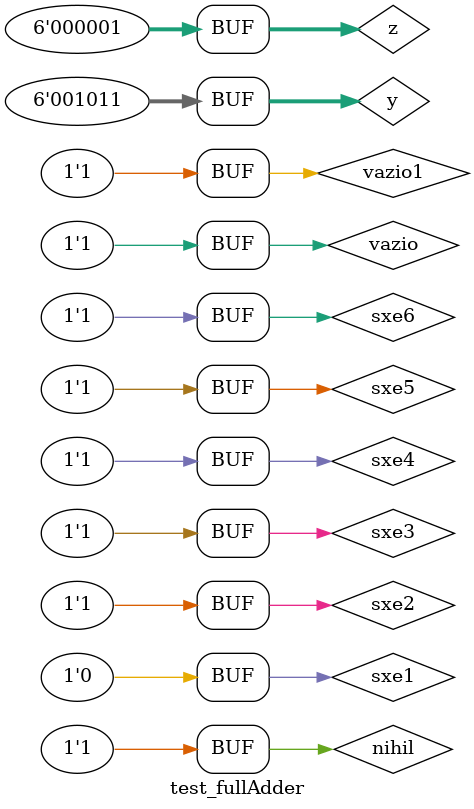
<source format=v>
		module halfAdder (output s0, 
								output s1,
		                  input w,  
		                  input x); 
		
		xor (s0, w, x);
		and (s1, w, x);
		 
		endmodule // halfAdder 

		module fullAdder (output s0, 
								output s1,
		                  input w,  
		                  input x,  
		                  input ci);
			wire sxor,sand1,sand2;				
						 
			halfAdder ha1(sxor,sand1,w,x);
			halfAdder ha2(s0,sand2,ci,sxor);
			or (s1, sand1, sand2);

		endmodule // fullAdder
				
		module testZero (output magi,
							  input [5:0] casper,
							  input belthasar,
							  input melchior);
							  
			wire m1,m2,m3,m4,nimagi;
			or (m1, casper[0], casper[1]);
			or (m2, casper[2], casper[3]);
			or (m3, m1, m2);
			or (m4, m3, casper[4]);
			or (nimagi, m4, belthasar);
			xor(magi, nimagi, melchior);
			
		endmodule
			
		
	module test_fullAdder; 
// ------------------------- definir dados 
		reg [5:0] y; 
		reg [5:0] z; 
		reg vazio;
		reg vazio1;
		reg nihil;
		wire carry1; 
		wire carry2; 
		wire carry3; 
		wire carry4; 
		wire carry5; 
		wire sxe1; 
		wire sxe2; 
		wire sxe3; 
		wire sxe4; 
		wire sxe5; 
		wire sxe6; 
		wire [5:0] s0f;
		wire s1r;
		wire s1f;
		wire zero;
		wire res;
		
		xor (sxe1, vazio, z[0]);
		xor (sxe2, vazio, z[1]);
		xor (sxe3, vazio, z[2]);
		xor (sxe4, vazio, z[3]);
		xor (sxe5, vazio, z[4]);
		xor (sxe6, vazio, z[5]);
		
		fullAdder fa1 (s0f[0], carry1, y[0], sxe1, vazio1);
		fullAdder fa2 (s0f[1], carry2, y[1], sxe2, carry1);
		fullAdder fa3 (s0f[2], carry3, y[2], sxe3, carry2);
		fullAdder fa4 (s0f[3], carry4, y[3], sxe4, carry3);
		fullAdder fa5 (s0f[4], carry5, y[4], sxe5, carry4);
		fullAdder fa6 (s0f[5], s1r, y[5], sxe6, carry5);
		
		xor (s1f, s1r, vazio);
		

		
		testZero tz (zero, s0f, s1f, nihil);
		
// ------------------------- parte principal 
	initial begin 
		$display("Exemplo0032 - Pedro Henrique Vilar Locatelli - 427453"); 
		$display("Test ALU's full adder"); 
		
		// projetar testes do somador complete
		#1 nihil = 1'b1;
		#1 vazio1 = 1'b1;
		
		#1 y = 5'b00001; z = 5'b00001; vazio = 1'b0;
		
		$monitor("%b op %b com chave %b (0+, 1-) = %b%b que e' %b (1-tudo zero, 0-nao zero)", y, z, vazio, s1f, s0f, zero ); 
		
		#2 y = 5'b00101; z = 5'b00101; vazio = 1'b0;
		#2 y = 5'b00101; z = 5'b00101; vazio = 1'b1;
		#2 y = 5'b00001; z = 5'b00001; vazio = 1'b1;
		#2 y = 5'b00101; z = 5'b00001; vazio = 1'b1;
		#2 y = 5'b00101; z = 5'b00001; vazio = 1'b0;
		#2 y = 5'b01011; z = 5'b00001; vazio = 1'b1;
		
	end 
endmodule // test_fullAdder 
</source>
